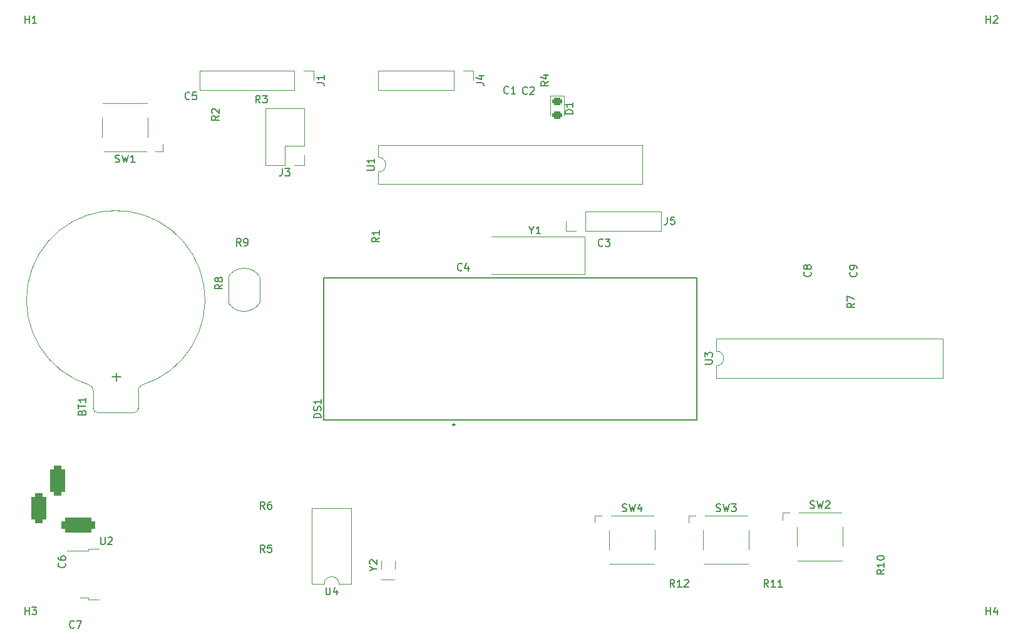
<source format=gbr>
%TF.GenerationSoftware,KiCad,Pcbnew,(6.0.5)*%
%TF.CreationDate,2022-07-21T11:20:11-07:00*%
%TF.ProjectId,clock,636c6f63-6b2e-46b6-9963-61645f706362,rev?*%
%TF.SameCoordinates,Original*%
%TF.FileFunction,Legend,Top*%
%TF.FilePolarity,Positive*%
%FSLAX46Y46*%
G04 Gerber Fmt 4.6, Leading zero omitted, Abs format (unit mm)*
G04 Created by KiCad (PCBNEW (6.0.5)) date 2022-07-21 11:20:11*
%MOMM*%
%LPD*%
G01*
G04 APERTURE LIST*
G04 Aperture macros list*
%AMRoundRect*
0 Rectangle with rounded corners*
0 $1 Rounding radius*
0 $2 $3 $4 $5 $6 $7 $8 $9 X,Y pos of 4 corners*
0 Add a 4 corners polygon primitive as box body*
4,1,4,$2,$3,$4,$5,$6,$7,$8,$9,$2,$3,0*
0 Add four circle primitives for the rounded corners*
1,1,$1+$1,$2,$3*
1,1,$1+$1,$4,$5*
1,1,$1+$1,$6,$7*
1,1,$1+$1,$8,$9*
0 Add four rect primitives between the rounded corners*
20,1,$1+$1,$2,$3,$4,$5,0*
20,1,$1+$1,$4,$5,$6,$7,0*
20,1,$1+$1,$6,$7,$8,$9,0*
20,1,$1+$1,$8,$9,$2,$3,0*%
G04 Aperture macros list end*
%ADD10C,0.150000*%
%ADD11C,0.120000*%
%ADD12C,0.250000*%
%ADD13R,1.600000X1.600000*%
%ADD14O,1.600000X1.600000*%
%ADD15C,3.200000*%
%ADD16R,1.700000X1.700000*%
%ADD17O,1.700000X1.700000*%
%ADD18R,1.150000X1.400000*%
%ADD19R,1.400000X1.150000*%
%ADD20R,1.400000X1.400000*%
%ADD21C,1.400000*%
%ADD22R,1.600000X1.400000*%
%ADD23R,3.000000X3.000000*%
%ADD24C,3.000000*%
%ADD25RoundRect,0.243750X-0.456250X0.243750X-0.456250X-0.243750X0.456250X-0.243750X0.456250X0.243750X0*%
%ADD26C,1.600000*%
%ADD27R,1.800000X1.000000*%
%ADD28R,2.200000X1.200000*%
%ADD29R,6.400000X5.800000*%
%ADD30R,4.500000X2.000000*%
%ADD31RoundRect,0.500000X-1.750000X-0.500000X1.750000X-0.500000X1.750000X0.500000X-1.750000X0.500000X0*%
%ADD32RoundRect,0.500000X0.500000X-1.500000X0.500000X1.500000X-0.500000X1.500000X-0.500000X-1.500000X0*%
G04 APERTURE END LIST*
D10*
%TO.C,U1*%
X130482380Y-76151904D02*
X131291904Y-76151904D01*
X131387142Y-76104285D01*
X131434761Y-76056666D01*
X131482380Y-75961428D01*
X131482380Y-75770952D01*
X131434761Y-75675714D01*
X131387142Y-75628095D01*
X131291904Y-75580476D01*
X130482380Y-75580476D01*
X131482380Y-74580476D02*
X131482380Y-75151904D01*
X131482380Y-74866190D02*
X130482380Y-74866190D01*
X130625238Y-74961428D01*
X130720476Y-75056666D01*
X130768095Y-75151904D01*
%TO.C,H4*%
X214238095Y-136252380D02*
X214238095Y-135252380D01*
X214238095Y-135728571D02*
X214809523Y-135728571D01*
X214809523Y-136252380D02*
X214809523Y-135252380D01*
X215714285Y-135585714D02*
X215714285Y-136252380D01*
X215476190Y-135204761D02*
X215238095Y-135919047D01*
X215857142Y-135919047D01*
%TO.C,J1*%
X123702380Y-64303333D02*
X124416666Y-64303333D01*
X124559523Y-64350952D01*
X124654761Y-64446190D01*
X124702380Y-64589047D01*
X124702380Y-64684285D01*
X124702380Y-63303333D02*
X124702380Y-63874761D01*
X124702380Y-63589047D02*
X123702380Y-63589047D01*
X123845238Y-63684285D01*
X123940476Y-63779523D01*
X123988095Y-63874761D01*
%TO.C,U4*%
X124958095Y-132582380D02*
X124958095Y-133391904D01*
X125005714Y-133487142D01*
X125053333Y-133534761D01*
X125148571Y-133582380D01*
X125339047Y-133582380D01*
X125434285Y-133534761D01*
X125481904Y-133487142D01*
X125529523Y-133391904D01*
X125529523Y-132582380D01*
X126434285Y-132915714D02*
X126434285Y-133582380D01*
X126196190Y-132534761D02*
X125958095Y-133249047D01*
X126577142Y-133249047D01*
%TO.C,R9*%
X113453742Y-86384788D02*
X113120409Y-85908598D01*
X112882313Y-86384788D02*
X112882313Y-85384788D01*
X113263266Y-85384788D01*
X113358504Y-85432408D01*
X113406123Y-85480027D01*
X113453742Y-85575265D01*
X113453742Y-85718122D01*
X113406123Y-85813360D01*
X113358504Y-85860979D01*
X113263266Y-85908598D01*
X112882313Y-85908598D01*
X113929932Y-86384788D02*
X114120409Y-86384788D01*
X114215647Y-86337169D01*
X114263266Y-86289550D01*
X114358504Y-86146693D01*
X114406123Y-85956217D01*
X114406123Y-85575265D01*
X114358504Y-85480027D01*
X114310885Y-85432408D01*
X114215647Y-85384788D01*
X114025170Y-85384788D01*
X113929932Y-85432408D01*
X113882313Y-85480027D01*
X113834694Y-85575265D01*
X113834694Y-85813360D01*
X113882313Y-85908598D01*
X113929932Y-85956217D01*
X114025170Y-86003836D01*
X114215647Y-86003836D01*
X114310885Y-85956217D01*
X114358504Y-85908598D01*
X114406123Y-85813360D01*
%TO.C,C8*%
X190477142Y-89916666D02*
X190524761Y-89964285D01*
X190572380Y-90107142D01*
X190572380Y-90202380D01*
X190524761Y-90345238D01*
X190429523Y-90440476D01*
X190334285Y-90488095D01*
X190143809Y-90535714D01*
X190000952Y-90535714D01*
X189810476Y-90488095D01*
X189715238Y-90440476D01*
X189620000Y-90345238D01*
X189572380Y-90202380D01*
X189572380Y-90107142D01*
X189620000Y-89964285D01*
X189667619Y-89916666D01*
X190000952Y-89345238D02*
X189953333Y-89440476D01*
X189905714Y-89488095D01*
X189810476Y-89535714D01*
X189762857Y-89535714D01*
X189667619Y-89488095D01*
X189620000Y-89440476D01*
X189572380Y-89345238D01*
X189572380Y-89154761D01*
X189620000Y-89059523D01*
X189667619Y-89011904D01*
X189762857Y-88964285D01*
X189810476Y-88964285D01*
X189905714Y-89011904D01*
X189953333Y-89059523D01*
X190000952Y-89154761D01*
X190000952Y-89345238D01*
X190048571Y-89440476D01*
X190096190Y-89488095D01*
X190191428Y-89535714D01*
X190381904Y-89535714D01*
X190477142Y-89488095D01*
X190524761Y-89440476D01*
X190572380Y-89345238D01*
X190572380Y-89154761D01*
X190524761Y-89059523D01*
X190477142Y-89011904D01*
X190381904Y-88964285D01*
X190191428Y-88964285D01*
X190096190Y-89011904D01*
X190048571Y-89059523D01*
X190000952Y-89154761D01*
%TO.C,C7*%
X90880812Y-137988940D02*
X90833193Y-138036559D01*
X90690336Y-138084178D01*
X90595098Y-138084178D01*
X90452240Y-138036559D01*
X90357002Y-137941321D01*
X90309383Y-137846083D01*
X90261764Y-137655607D01*
X90261764Y-137512750D01*
X90309383Y-137322274D01*
X90357002Y-137227036D01*
X90452240Y-137131798D01*
X90595098Y-137084178D01*
X90690336Y-137084178D01*
X90833193Y-137131798D01*
X90880812Y-137179417D01*
X91214145Y-137084178D02*
X91880812Y-137084178D01*
X91452240Y-138084178D01*
%TO.C,R2*%
X110498924Y-68787217D02*
X110022734Y-69120551D01*
X110498924Y-69358646D02*
X109498924Y-69358646D01*
X109498924Y-68977693D01*
X109546544Y-68882455D01*
X109594163Y-68834836D01*
X109689401Y-68787217D01*
X109832258Y-68787217D01*
X109927496Y-68834836D01*
X109975115Y-68882455D01*
X110022734Y-68977693D01*
X110022734Y-69358646D01*
X109594163Y-68406265D02*
X109546544Y-68358646D01*
X109498924Y-68263408D01*
X109498924Y-68025312D01*
X109546544Y-67930074D01*
X109594163Y-67882455D01*
X109689401Y-67834836D01*
X109784639Y-67834836D01*
X109927496Y-67882455D01*
X110498924Y-68453884D01*
X110498924Y-67834836D01*
%TO.C,J4*%
X145287380Y-64303333D02*
X146001666Y-64303333D01*
X146144523Y-64350952D01*
X146239761Y-64446190D01*
X146287380Y-64589047D01*
X146287380Y-64684285D01*
X145620714Y-63398571D02*
X146287380Y-63398571D01*
X145239761Y-63636666D02*
X145954047Y-63874761D01*
X145954047Y-63255714D01*
%TO.C,C5*%
X106513333Y-66487142D02*
X106465714Y-66534761D01*
X106322857Y-66582380D01*
X106227619Y-66582380D01*
X106084761Y-66534761D01*
X105989523Y-66439523D01*
X105941904Y-66344285D01*
X105894285Y-66153809D01*
X105894285Y-66010952D01*
X105941904Y-65820476D01*
X105989523Y-65725238D01*
X106084761Y-65630000D01*
X106227619Y-65582380D01*
X106322857Y-65582380D01*
X106465714Y-65630000D01*
X106513333Y-65677619D01*
X107418095Y-65582380D02*
X106941904Y-65582380D01*
X106894285Y-66058571D01*
X106941904Y-66010952D01*
X107037142Y-65963333D01*
X107275238Y-65963333D01*
X107370476Y-66010952D01*
X107418095Y-66058571D01*
X107465714Y-66153809D01*
X107465714Y-66391904D01*
X107418095Y-66487142D01*
X107370476Y-66534761D01*
X107275238Y-66582380D01*
X107037142Y-66582380D01*
X106941904Y-66534761D01*
X106894285Y-66487142D01*
%TO.C,R6*%
X116673333Y-121992380D02*
X116340000Y-121516190D01*
X116101904Y-121992380D02*
X116101904Y-120992380D01*
X116482857Y-120992380D01*
X116578095Y-121040000D01*
X116625714Y-121087619D01*
X116673333Y-121182857D01*
X116673333Y-121325714D01*
X116625714Y-121420952D01*
X116578095Y-121468571D01*
X116482857Y-121516190D01*
X116101904Y-121516190D01*
X117530476Y-120992380D02*
X117340000Y-120992380D01*
X117244761Y-121040000D01*
X117197142Y-121087619D01*
X117101904Y-121230476D01*
X117054285Y-121420952D01*
X117054285Y-121801904D01*
X117101904Y-121897142D01*
X117149523Y-121944761D01*
X117244761Y-121992380D01*
X117435238Y-121992380D01*
X117530476Y-121944761D01*
X117578095Y-121897142D01*
X117625714Y-121801904D01*
X117625714Y-121563809D01*
X117578095Y-121468571D01*
X117530476Y-121420952D01*
X117435238Y-121373333D01*
X117244761Y-121373333D01*
X117149523Y-121420952D01*
X117101904Y-121468571D01*
X117054285Y-121563809D01*
%TO.C,R11*%
X184777142Y-132532380D02*
X184443809Y-132056190D01*
X184205714Y-132532380D02*
X184205714Y-131532380D01*
X184586666Y-131532380D01*
X184681904Y-131580000D01*
X184729523Y-131627619D01*
X184777142Y-131722857D01*
X184777142Y-131865714D01*
X184729523Y-131960952D01*
X184681904Y-132008571D01*
X184586666Y-132056190D01*
X184205714Y-132056190D01*
X185729523Y-132532380D02*
X185158095Y-132532380D01*
X185443809Y-132532380D02*
X185443809Y-131532380D01*
X185348571Y-131675238D01*
X185253333Y-131770476D01*
X185158095Y-131818095D01*
X186681904Y-132532380D02*
X186110476Y-132532380D01*
X186396190Y-132532380D02*
X186396190Y-131532380D01*
X186300952Y-131675238D01*
X186205714Y-131770476D01*
X186110476Y-131818095D01*
%TO.C,R4*%
X155012380Y-64136666D02*
X154536190Y-64470000D01*
X155012380Y-64708095D02*
X154012380Y-64708095D01*
X154012380Y-64327142D01*
X154060000Y-64231904D01*
X154107619Y-64184285D01*
X154202857Y-64136666D01*
X154345714Y-64136666D01*
X154440952Y-64184285D01*
X154488571Y-64231904D01*
X154536190Y-64327142D01*
X154536190Y-64708095D01*
X154345714Y-63279523D02*
X155012380Y-63279523D01*
X153964761Y-63517619D02*
X154679047Y-63755714D01*
X154679047Y-63136666D01*
%TO.C,DS1*%
X124287380Y-109619404D02*
X123287380Y-109619404D01*
X123287380Y-109381309D01*
X123335000Y-109238452D01*
X123430238Y-109143214D01*
X123525476Y-109095595D01*
X123715952Y-109047976D01*
X123858809Y-109047976D01*
X124049285Y-109095595D01*
X124144523Y-109143214D01*
X124239761Y-109238452D01*
X124287380Y-109381309D01*
X124287380Y-109619404D01*
X124239761Y-108667023D02*
X124287380Y-108524166D01*
X124287380Y-108286071D01*
X124239761Y-108190833D01*
X124192142Y-108143214D01*
X124096904Y-108095595D01*
X124001666Y-108095595D01*
X123906428Y-108143214D01*
X123858809Y-108190833D01*
X123811190Y-108286071D01*
X123763571Y-108476547D01*
X123715952Y-108571785D01*
X123668333Y-108619404D01*
X123573095Y-108667023D01*
X123477857Y-108667023D01*
X123382619Y-108619404D01*
X123335000Y-108571785D01*
X123287380Y-108476547D01*
X123287380Y-108238452D01*
X123335000Y-108095595D01*
X124287380Y-107143214D02*
X124287380Y-107714642D01*
X124287380Y-107428928D02*
X123287380Y-107428928D01*
X123430238Y-107524166D01*
X123525476Y-107619404D01*
X123573095Y-107714642D01*
%TO.C,C4*%
X143343333Y-89637142D02*
X143295714Y-89684761D01*
X143152857Y-89732380D01*
X143057619Y-89732380D01*
X142914761Y-89684761D01*
X142819523Y-89589523D01*
X142771904Y-89494285D01*
X142724285Y-89303809D01*
X142724285Y-89160952D01*
X142771904Y-88970476D01*
X142819523Y-88875238D01*
X142914761Y-88780000D01*
X143057619Y-88732380D01*
X143152857Y-88732380D01*
X143295714Y-88780000D01*
X143343333Y-88827619D01*
X144200476Y-89065714D02*
X144200476Y-89732380D01*
X143962380Y-88684761D02*
X143724285Y-89399047D01*
X144343333Y-89399047D01*
%TO.C,C9*%
X196664034Y-89945009D02*
X196711653Y-89992628D01*
X196759272Y-90135485D01*
X196759272Y-90230723D01*
X196711653Y-90373581D01*
X196616415Y-90468819D01*
X196521177Y-90516438D01*
X196330701Y-90564057D01*
X196187844Y-90564057D01*
X195997368Y-90516438D01*
X195902130Y-90468819D01*
X195806892Y-90373581D01*
X195759272Y-90230723D01*
X195759272Y-90135485D01*
X195806892Y-89992628D01*
X195854511Y-89945009D01*
X196759272Y-89468819D02*
X196759272Y-89278343D01*
X196711653Y-89183104D01*
X196664034Y-89135485D01*
X196521177Y-89040247D01*
X196330701Y-88992628D01*
X195949749Y-88992628D01*
X195854511Y-89040247D01*
X195806892Y-89087866D01*
X195759272Y-89183104D01*
X195759272Y-89373581D01*
X195806892Y-89468819D01*
X195854511Y-89516438D01*
X195949749Y-89564057D01*
X196187844Y-89564057D01*
X196283082Y-89516438D01*
X196330701Y-89468819D01*
X196378320Y-89373581D01*
X196378320Y-89183104D01*
X196330701Y-89087866D01*
X196283082Y-89040247D01*
X196187844Y-88992628D01*
%TO.C,SW3*%
X177736666Y-122254761D02*
X177879523Y-122302380D01*
X178117619Y-122302380D01*
X178212857Y-122254761D01*
X178260476Y-122207142D01*
X178308095Y-122111904D01*
X178308095Y-122016666D01*
X178260476Y-121921428D01*
X178212857Y-121873809D01*
X178117619Y-121826190D01*
X177927142Y-121778571D01*
X177831904Y-121730952D01*
X177784285Y-121683333D01*
X177736666Y-121588095D01*
X177736666Y-121492857D01*
X177784285Y-121397619D01*
X177831904Y-121350000D01*
X177927142Y-121302380D01*
X178165238Y-121302380D01*
X178308095Y-121350000D01*
X178641428Y-121302380D02*
X178879523Y-122302380D01*
X179070000Y-121588095D01*
X179260476Y-122302380D01*
X179498571Y-121302380D01*
X179784285Y-121302380D02*
X180403333Y-121302380D01*
X180070000Y-121683333D01*
X180212857Y-121683333D01*
X180308095Y-121730952D01*
X180355714Y-121778571D01*
X180403333Y-121873809D01*
X180403333Y-122111904D01*
X180355714Y-122207142D01*
X180308095Y-122254761D01*
X180212857Y-122302380D01*
X179927142Y-122302380D01*
X179831904Y-122254761D01*
X179784285Y-122207142D01*
%TO.C,H2*%
X214238095Y-56252380D02*
X214238095Y-55252380D01*
X214238095Y-55728571D02*
X214809523Y-55728571D01*
X214809523Y-56252380D02*
X214809523Y-55252380D01*
X215238095Y-55347619D02*
X215285714Y-55300000D01*
X215380952Y-55252380D01*
X215619047Y-55252380D01*
X215714285Y-55300000D01*
X215761904Y-55347619D01*
X215809523Y-55442857D01*
X215809523Y-55538095D01*
X215761904Y-55680952D01*
X215190476Y-56252380D01*
X215809523Y-56252380D01*
%TO.C,R1*%
X132152380Y-85256666D02*
X131676190Y-85590000D01*
X132152380Y-85828095D02*
X131152380Y-85828095D01*
X131152380Y-85447142D01*
X131200000Y-85351904D01*
X131247619Y-85304285D01*
X131342857Y-85256666D01*
X131485714Y-85256666D01*
X131580952Y-85304285D01*
X131628571Y-85351904D01*
X131676190Y-85447142D01*
X131676190Y-85828095D01*
X132152380Y-84304285D02*
X132152380Y-84875714D01*
X132152380Y-84590000D02*
X131152380Y-84590000D01*
X131295238Y-84685238D01*
X131390476Y-84780476D01*
X131438095Y-84875714D01*
%TO.C,BT1*%
X91948588Y-108899400D02*
X91996207Y-108756543D01*
X92043826Y-108708924D01*
X92139064Y-108661305D01*
X92281921Y-108661305D01*
X92377159Y-108708924D01*
X92424778Y-108756543D01*
X92472397Y-108851781D01*
X92472397Y-109232733D01*
X91472397Y-109232733D01*
X91472397Y-108899400D01*
X91520017Y-108804162D01*
X91567636Y-108756543D01*
X91662874Y-108708924D01*
X91758112Y-108708924D01*
X91853350Y-108756543D01*
X91900969Y-108804162D01*
X91948588Y-108899400D01*
X91948588Y-109232733D01*
X91472397Y-108375590D02*
X91472397Y-107804162D01*
X92472397Y-108089876D02*
X91472397Y-108089876D01*
X92472397Y-106947019D02*
X92472397Y-107518447D01*
X92472397Y-107232733D02*
X91472397Y-107232733D01*
X91615255Y-107327971D01*
X91710493Y-107423209D01*
X91758112Y-107518447D01*
X96627159Y-104685114D02*
X96627159Y-103542257D01*
X97198588Y-104113686D02*
X96055731Y-104113686D01*
%TO.C,R3*%
X116039913Y-67032182D02*
X115706580Y-66555992D01*
X115468484Y-67032182D02*
X115468484Y-66032182D01*
X115849437Y-66032182D01*
X115944675Y-66079802D01*
X115992294Y-66127421D01*
X116039913Y-66222659D01*
X116039913Y-66365516D01*
X115992294Y-66460754D01*
X115944675Y-66508373D01*
X115849437Y-66555992D01*
X115468484Y-66555992D01*
X116373246Y-66032182D02*
X116992294Y-66032182D01*
X116658960Y-66413135D01*
X116801818Y-66413135D01*
X116897056Y-66460754D01*
X116944675Y-66508373D01*
X116992294Y-66603611D01*
X116992294Y-66841706D01*
X116944675Y-66936944D01*
X116897056Y-66984563D01*
X116801818Y-67032182D01*
X116516103Y-67032182D01*
X116420865Y-66984563D01*
X116373246Y-66936944D01*
%TO.C,J5*%
X171116666Y-82472380D02*
X171116666Y-83186666D01*
X171069047Y-83329523D01*
X170973809Y-83424761D01*
X170830952Y-83472380D01*
X170735714Y-83472380D01*
X172069047Y-82472380D02*
X171592857Y-82472380D01*
X171545238Y-82948571D01*
X171592857Y-82900952D01*
X171688095Y-82853333D01*
X171926190Y-82853333D01*
X172021428Y-82900952D01*
X172069047Y-82948571D01*
X172116666Y-83043809D01*
X172116666Y-83281904D01*
X172069047Y-83377142D01*
X172021428Y-83424761D01*
X171926190Y-83472380D01*
X171688095Y-83472380D01*
X171592857Y-83424761D01*
X171545238Y-83377142D01*
%TO.C,H3*%
X84238095Y-136252380D02*
X84238095Y-135252380D01*
X84238095Y-135728571D02*
X84809523Y-135728571D01*
X84809523Y-136252380D02*
X84809523Y-135252380D01*
X85190476Y-135252380D02*
X85809523Y-135252380D01*
X85476190Y-135633333D01*
X85619047Y-135633333D01*
X85714285Y-135680952D01*
X85761904Y-135728571D01*
X85809523Y-135823809D01*
X85809523Y-136061904D01*
X85761904Y-136157142D01*
X85714285Y-136204761D01*
X85619047Y-136252380D01*
X85333333Y-136252380D01*
X85238095Y-136204761D01*
X85190476Y-136157142D01*
%TO.C,C3*%
X162393333Y-86337142D02*
X162345714Y-86384761D01*
X162202857Y-86432380D01*
X162107619Y-86432380D01*
X161964761Y-86384761D01*
X161869523Y-86289523D01*
X161821904Y-86194285D01*
X161774285Y-86003809D01*
X161774285Y-85860952D01*
X161821904Y-85670476D01*
X161869523Y-85575238D01*
X161964761Y-85480000D01*
X162107619Y-85432380D01*
X162202857Y-85432380D01*
X162345714Y-85480000D01*
X162393333Y-85527619D01*
X162726666Y-85432380D02*
X163345714Y-85432380D01*
X163012380Y-85813333D01*
X163155238Y-85813333D01*
X163250476Y-85860952D01*
X163298095Y-85908571D01*
X163345714Y-86003809D01*
X163345714Y-86241904D01*
X163298095Y-86337142D01*
X163250476Y-86384761D01*
X163155238Y-86432380D01*
X162869523Y-86432380D01*
X162774285Y-86384761D01*
X162726666Y-86337142D01*
%TO.C,SW2*%
X190436666Y-121834761D02*
X190579523Y-121882380D01*
X190817619Y-121882380D01*
X190912857Y-121834761D01*
X190960476Y-121787142D01*
X191008095Y-121691904D01*
X191008095Y-121596666D01*
X190960476Y-121501428D01*
X190912857Y-121453809D01*
X190817619Y-121406190D01*
X190627142Y-121358571D01*
X190531904Y-121310952D01*
X190484285Y-121263333D01*
X190436666Y-121168095D01*
X190436666Y-121072857D01*
X190484285Y-120977619D01*
X190531904Y-120930000D01*
X190627142Y-120882380D01*
X190865238Y-120882380D01*
X191008095Y-120930000D01*
X191341428Y-120882380D02*
X191579523Y-121882380D01*
X191770000Y-121168095D01*
X191960476Y-121882380D01*
X192198571Y-120882380D01*
X192531904Y-120977619D02*
X192579523Y-120930000D01*
X192674761Y-120882380D01*
X192912857Y-120882380D01*
X193008095Y-120930000D01*
X193055714Y-120977619D01*
X193103333Y-121072857D01*
X193103333Y-121168095D01*
X193055714Y-121310952D01*
X192484285Y-121882380D01*
X193103333Y-121882380D01*
%TO.C,R5*%
X116673333Y-127832380D02*
X116340000Y-127356190D01*
X116101904Y-127832380D02*
X116101904Y-126832380D01*
X116482857Y-126832380D01*
X116578095Y-126880000D01*
X116625714Y-126927619D01*
X116673333Y-127022857D01*
X116673333Y-127165714D01*
X116625714Y-127260952D01*
X116578095Y-127308571D01*
X116482857Y-127356190D01*
X116101904Y-127356190D01*
X117578095Y-126832380D02*
X117101904Y-126832380D01*
X117054285Y-127308571D01*
X117101904Y-127260952D01*
X117197142Y-127213333D01*
X117435238Y-127213333D01*
X117530476Y-127260952D01*
X117578095Y-127308571D01*
X117625714Y-127403809D01*
X117625714Y-127641904D01*
X117578095Y-127737142D01*
X117530476Y-127784761D01*
X117435238Y-127832380D01*
X117197142Y-127832380D01*
X117101904Y-127784761D01*
X117054285Y-127737142D01*
%TO.C,SW1*%
X96456666Y-75024761D02*
X96599523Y-75072380D01*
X96837619Y-75072380D01*
X96932857Y-75024761D01*
X96980476Y-74977142D01*
X97028095Y-74881904D01*
X97028095Y-74786666D01*
X96980476Y-74691428D01*
X96932857Y-74643809D01*
X96837619Y-74596190D01*
X96647142Y-74548571D01*
X96551904Y-74500952D01*
X96504285Y-74453333D01*
X96456666Y-74358095D01*
X96456666Y-74262857D01*
X96504285Y-74167619D01*
X96551904Y-74120000D01*
X96647142Y-74072380D01*
X96885238Y-74072380D01*
X97028095Y-74120000D01*
X97361428Y-74072380D02*
X97599523Y-75072380D01*
X97790000Y-74358095D01*
X97980476Y-75072380D01*
X98218571Y-74072380D01*
X99123333Y-75072380D02*
X98551904Y-75072380D01*
X98837619Y-75072380D02*
X98837619Y-74072380D01*
X98742380Y-74215238D01*
X98647142Y-74310476D01*
X98551904Y-74358095D01*
%TO.C,H1*%
X84238095Y-56252380D02*
X84238095Y-55252380D01*
X84238095Y-55728571D02*
X84809523Y-55728571D01*
X84809523Y-56252380D02*
X84809523Y-55252380D01*
X85809523Y-56252380D02*
X85238095Y-56252380D01*
X85523809Y-56252380D02*
X85523809Y-55252380D01*
X85428571Y-55395238D01*
X85333333Y-55490476D01*
X85238095Y-55538095D01*
%TO.C,D1*%
X158312380Y-68518095D02*
X157312380Y-68518095D01*
X157312380Y-68280000D01*
X157360000Y-68137142D01*
X157455238Y-68041904D01*
X157550476Y-67994285D01*
X157740952Y-67946666D01*
X157883809Y-67946666D01*
X158074285Y-67994285D01*
X158169523Y-68041904D01*
X158264761Y-68137142D01*
X158312380Y-68280000D01*
X158312380Y-68518095D01*
X158312380Y-66994285D02*
X158312380Y-67565714D01*
X158312380Y-67280000D02*
X157312380Y-67280000D01*
X157455238Y-67375238D01*
X157550476Y-67470476D01*
X157598095Y-67565714D01*
%TO.C,R8*%
X110942380Y-91606666D02*
X110466190Y-91940000D01*
X110942380Y-92178095D02*
X109942380Y-92178095D01*
X109942380Y-91797142D01*
X109990000Y-91701904D01*
X110037619Y-91654285D01*
X110132857Y-91606666D01*
X110275714Y-91606666D01*
X110370952Y-91654285D01*
X110418571Y-91701904D01*
X110466190Y-91797142D01*
X110466190Y-92178095D01*
X110370952Y-91035238D02*
X110323333Y-91130476D01*
X110275714Y-91178095D01*
X110180476Y-91225714D01*
X110132857Y-91225714D01*
X110037619Y-91178095D01*
X109990000Y-91130476D01*
X109942380Y-91035238D01*
X109942380Y-90844761D01*
X109990000Y-90749523D01*
X110037619Y-90701904D01*
X110132857Y-90654285D01*
X110180476Y-90654285D01*
X110275714Y-90701904D01*
X110323333Y-90749523D01*
X110370952Y-90844761D01*
X110370952Y-91035238D01*
X110418571Y-91130476D01*
X110466190Y-91178095D01*
X110561428Y-91225714D01*
X110751904Y-91225714D01*
X110847142Y-91178095D01*
X110894761Y-91130476D01*
X110942380Y-91035238D01*
X110942380Y-90844761D01*
X110894761Y-90749523D01*
X110847142Y-90701904D01*
X110751904Y-90654285D01*
X110561428Y-90654285D01*
X110466190Y-90701904D01*
X110418571Y-90749523D01*
X110370952Y-90844761D01*
%TO.C,R10*%
X200455897Y-130192304D02*
X199979707Y-130525637D01*
X200455897Y-130763732D02*
X199455897Y-130763732D01*
X199455897Y-130382780D01*
X199503517Y-130287542D01*
X199551136Y-130239923D01*
X199646374Y-130192304D01*
X199789231Y-130192304D01*
X199884469Y-130239923D01*
X199932088Y-130287542D01*
X199979707Y-130382780D01*
X199979707Y-130763732D01*
X200455897Y-129239923D02*
X200455897Y-129811351D01*
X200455897Y-129525637D02*
X199455897Y-129525637D01*
X199598755Y-129620875D01*
X199693993Y-129716113D01*
X199741612Y-129811351D01*
X199455897Y-128620875D02*
X199455897Y-128525637D01*
X199503517Y-128430399D01*
X199551136Y-128382780D01*
X199646374Y-128335161D01*
X199836850Y-128287542D01*
X200074945Y-128287542D01*
X200265421Y-128335161D01*
X200360659Y-128382780D01*
X200408278Y-128430399D01*
X200455897Y-128525637D01*
X200455897Y-128620875D01*
X200408278Y-128716113D01*
X200360659Y-128763732D01*
X200265421Y-128811351D01*
X200074945Y-128858970D01*
X199836850Y-128858970D01*
X199646374Y-128811351D01*
X199551136Y-128763732D01*
X199503517Y-128716113D01*
X199455897Y-128620875D01*
%TO.C,C6*%
X89637142Y-129286666D02*
X89684761Y-129334285D01*
X89732380Y-129477142D01*
X89732380Y-129572380D01*
X89684761Y-129715238D01*
X89589523Y-129810476D01*
X89494285Y-129858095D01*
X89303809Y-129905714D01*
X89160952Y-129905714D01*
X88970476Y-129858095D01*
X88875238Y-129810476D01*
X88780000Y-129715238D01*
X88732380Y-129572380D01*
X88732380Y-129477142D01*
X88780000Y-129334285D01*
X88827619Y-129286666D01*
X88732380Y-128429523D02*
X88732380Y-128620000D01*
X88780000Y-128715238D01*
X88827619Y-128762857D01*
X88970476Y-128858095D01*
X89160952Y-128905714D01*
X89541904Y-128905714D01*
X89637142Y-128858095D01*
X89684761Y-128810476D01*
X89732380Y-128715238D01*
X89732380Y-128524761D01*
X89684761Y-128429523D01*
X89637142Y-128381904D01*
X89541904Y-128334285D01*
X89303809Y-128334285D01*
X89208571Y-128381904D01*
X89160952Y-128429523D01*
X89113333Y-128524761D01*
X89113333Y-128715238D01*
X89160952Y-128810476D01*
X89208571Y-128858095D01*
X89303809Y-128905714D01*
%TO.C,R12*%
X172077142Y-132532380D02*
X171743809Y-132056190D01*
X171505714Y-132532380D02*
X171505714Y-131532380D01*
X171886666Y-131532380D01*
X171981904Y-131580000D01*
X172029523Y-131627619D01*
X172077142Y-131722857D01*
X172077142Y-131865714D01*
X172029523Y-131960952D01*
X171981904Y-132008571D01*
X171886666Y-132056190D01*
X171505714Y-132056190D01*
X173029523Y-132532380D02*
X172458095Y-132532380D01*
X172743809Y-132532380D02*
X172743809Y-131532380D01*
X172648571Y-131675238D01*
X172553333Y-131770476D01*
X172458095Y-131818095D01*
X173410476Y-131627619D02*
X173458095Y-131580000D01*
X173553333Y-131532380D01*
X173791428Y-131532380D01*
X173886666Y-131580000D01*
X173934285Y-131627619D01*
X173981904Y-131722857D01*
X173981904Y-131818095D01*
X173934285Y-131960952D01*
X173362857Y-132532380D01*
X173981904Y-132532380D01*
%TO.C,J3*%
X119046666Y-75912380D02*
X119046666Y-76626666D01*
X118999047Y-76769523D01*
X118903809Y-76864761D01*
X118760952Y-76912380D01*
X118665714Y-76912380D01*
X119427619Y-75912380D02*
X120046666Y-75912380D01*
X119713333Y-76293333D01*
X119856190Y-76293333D01*
X119951428Y-76340952D01*
X119999047Y-76388571D01*
X120046666Y-76483809D01*
X120046666Y-76721904D01*
X119999047Y-76817142D01*
X119951428Y-76864761D01*
X119856190Y-76912380D01*
X119570476Y-76912380D01*
X119475238Y-76864761D01*
X119427619Y-76817142D01*
%TO.C,Y2*%
X131376190Y-130036190D02*
X131852380Y-130036190D01*
X130852380Y-130369523D02*
X131376190Y-130036190D01*
X130852380Y-129702857D01*
X130947619Y-129417142D02*
X130900000Y-129369523D01*
X130852380Y-129274285D01*
X130852380Y-129036190D01*
X130900000Y-128940952D01*
X130947619Y-128893333D01*
X131042857Y-128845714D01*
X131138095Y-128845714D01*
X131280952Y-128893333D01*
X131852380Y-129464761D01*
X131852380Y-128845714D01*
%TO.C,C1*%
X149623626Y-65690133D02*
X149576007Y-65737752D01*
X149433150Y-65785371D01*
X149337912Y-65785371D01*
X149195054Y-65737752D01*
X149099816Y-65642514D01*
X149052197Y-65547276D01*
X149004578Y-65356800D01*
X149004578Y-65213943D01*
X149052197Y-65023467D01*
X149099816Y-64928229D01*
X149195054Y-64832991D01*
X149337912Y-64785371D01*
X149433150Y-64785371D01*
X149576007Y-64832991D01*
X149623626Y-64880610D01*
X150576007Y-65785371D02*
X150004578Y-65785371D01*
X150290293Y-65785371D02*
X150290293Y-64785371D01*
X150195054Y-64928229D01*
X150099816Y-65023467D01*
X150004578Y-65071086D01*
%TO.C,SW4*%
X165036666Y-122254761D02*
X165179523Y-122302380D01*
X165417619Y-122302380D01*
X165512857Y-122254761D01*
X165560476Y-122207142D01*
X165608095Y-122111904D01*
X165608095Y-122016666D01*
X165560476Y-121921428D01*
X165512857Y-121873809D01*
X165417619Y-121826190D01*
X165227142Y-121778571D01*
X165131904Y-121730952D01*
X165084285Y-121683333D01*
X165036666Y-121588095D01*
X165036666Y-121492857D01*
X165084285Y-121397619D01*
X165131904Y-121350000D01*
X165227142Y-121302380D01*
X165465238Y-121302380D01*
X165608095Y-121350000D01*
X165941428Y-121302380D02*
X166179523Y-122302380D01*
X166370000Y-121588095D01*
X166560476Y-122302380D01*
X166798571Y-121302380D01*
X167608095Y-121635714D02*
X167608095Y-122302380D01*
X167370000Y-121254761D02*
X167131904Y-121969047D01*
X167750952Y-121969047D01*
%TO.C,C2*%
X152174561Y-65765717D02*
X152126942Y-65813336D01*
X151984085Y-65860955D01*
X151888847Y-65860955D01*
X151745989Y-65813336D01*
X151650751Y-65718098D01*
X151603132Y-65622860D01*
X151555513Y-65432384D01*
X151555513Y-65289527D01*
X151603132Y-65099051D01*
X151650751Y-65003813D01*
X151745989Y-64908575D01*
X151888847Y-64860955D01*
X151984085Y-64860955D01*
X152126942Y-64908575D01*
X152174561Y-64956194D01*
X152555513Y-64956194D02*
X152603132Y-64908575D01*
X152698370Y-64860955D01*
X152936466Y-64860955D01*
X153031704Y-64908575D01*
X153079323Y-64956194D01*
X153126942Y-65051432D01*
X153126942Y-65146670D01*
X153079323Y-65289527D01*
X152507894Y-65860955D01*
X153126942Y-65860955D01*
%TO.C,U3*%
X176187380Y-102351904D02*
X176996904Y-102351904D01*
X177092142Y-102304285D01*
X177139761Y-102256666D01*
X177187380Y-102161428D01*
X177187380Y-101970952D01*
X177139761Y-101875714D01*
X177092142Y-101828095D01*
X176996904Y-101780476D01*
X176187380Y-101780476D01*
X176187380Y-101399523D02*
X176187380Y-100780476D01*
X176568333Y-101113809D01*
X176568333Y-100970952D01*
X176615952Y-100875714D01*
X176663571Y-100828095D01*
X176758809Y-100780476D01*
X176996904Y-100780476D01*
X177092142Y-100828095D01*
X177139761Y-100875714D01*
X177187380Y-100970952D01*
X177187380Y-101256666D01*
X177139761Y-101351904D01*
X177092142Y-101399523D01*
%TO.C,R7*%
X196412380Y-94146666D02*
X195936190Y-94480000D01*
X196412380Y-94718095D02*
X195412380Y-94718095D01*
X195412380Y-94337142D01*
X195460000Y-94241904D01*
X195507619Y-94194285D01*
X195602857Y-94146666D01*
X195745714Y-94146666D01*
X195840952Y-94194285D01*
X195888571Y-94241904D01*
X195936190Y-94337142D01*
X195936190Y-94718095D01*
X195412380Y-93813333D02*
X195412380Y-93146666D01*
X196412380Y-93575238D01*
%TO.C,U2*%
X94488095Y-125762380D02*
X94488095Y-126571904D01*
X94535714Y-126667142D01*
X94583333Y-126714761D01*
X94678571Y-126762380D01*
X94869047Y-126762380D01*
X94964285Y-126714761D01*
X95011904Y-126667142D01*
X95059523Y-126571904D01*
X95059523Y-125762380D01*
X95488095Y-125857619D02*
X95535714Y-125810000D01*
X95630952Y-125762380D01*
X95869047Y-125762380D01*
X95964285Y-125810000D01*
X96011904Y-125857619D01*
X96059523Y-125952857D01*
X96059523Y-126048095D01*
X96011904Y-126190952D01*
X95440476Y-126762380D01*
X96059523Y-126762380D01*
%TO.C,Y1*%
X152773092Y-84256155D02*
X152773092Y-84732345D01*
X152439759Y-83732345D02*
X152773092Y-84256155D01*
X153106425Y-83732345D01*
X153963568Y-84732345D02*
X153392140Y-84732345D01*
X153677854Y-84732345D02*
X153677854Y-83732345D01*
X153582616Y-83875203D01*
X153487378Y-83970441D01*
X153392140Y-84018060D01*
D11*
%TO.C,U1*%
X132030000Y-78040000D02*
X167710000Y-78040000D01*
X167710000Y-78040000D02*
X167710000Y-72740000D01*
X132030000Y-76390000D02*
X132030000Y-78040000D01*
X132030000Y-72740000D02*
X132030000Y-74390000D01*
X167710000Y-72740000D02*
X132030000Y-72740000D01*
X132030000Y-76390000D02*
G75*
G03*
X132030000Y-74390000I0J1000000D01*
G01*
%TO.C,J1*%
X107890000Y-62640000D02*
X107890000Y-65300000D01*
X120650000Y-62640000D02*
X107890000Y-62640000D01*
X121920000Y-62640000D02*
X123250000Y-62640000D01*
X120650000Y-65300000D02*
X107890000Y-65300000D01*
X123250000Y-62640000D02*
X123250000Y-63970000D01*
X120650000Y-62640000D02*
X120650000Y-65300000D01*
%TO.C,U4*%
X128370000Y-121850000D02*
X123070000Y-121850000D01*
X128370000Y-132130000D02*
X128370000Y-121850000D01*
X126720000Y-132130000D02*
X128370000Y-132130000D01*
X123070000Y-132130000D02*
X124720000Y-132130000D01*
X123070000Y-121850000D02*
X123070000Y-132130000D01*
X126720000Y-132130000D02*
G75*
G03*
X124720000Y-132130000I-1000000J0D01*
G01*
%TO.C,J4*%
X144835000Y-62640000D02*
X144835000Y-63970000D01*
X142235000Y-62640000D02*
X132015000Y-62640000D01*
X132015000Y-62640000D02*
X132015000Y-65300000D01*
X142235000Y-65300000D02*
X132015000Y-65300000D01*
X143505000Y-62640000D02*
X144835000Y-62640000D01*
X142235000Y-62640000D02*
X142235000Y-65300000D01*
D10*
%TO.C,DS1*%
X124635000Y-109955000D02*
X124635000Y-90705000D01*
X175085000Y-109955000D02*
X124635000Y-109955000D01*
X175085000Y-109955000D02*
X175085000Y-90705000D01*
X175085000Y-90705000D02*
X124635000Y-90705000D01*
D12*
X142365000Y-110555000D02*
G75*
G03*
X142365000Y-110555000I-125000J0D01*
G01*
D11*
%TO.C,SW3*%
X173970000Y-123850000D02*
X173970000Y-122850000D01*
X182170000Y-124850000D02*
X182170000Y-127450000D01*
X182070000Y-129400000D02*
X176070000Y-129400000D01*
X175970000Y-124850000D02*
X175970000Y-127450000D01*
X181970000Y-122900000D02*
X176170000Y-122900000D01*
X173970000Y-122850000D02*
X174970000Y-122850000D01*
%TO.C,BT1*%
X93470017Y-105913686D02*
X93470017Y-108363686D01*
X99570017Y-108363686D02*
X99570017Y-105913686D01*
X94020017Y-108913686D02*
X99020017Y-108913686D01*
X100040017Y-105213686D02*
G75*
G03*
X96004026Y-81600243I-3520000J11550000D01*
G01*
X99020017Y-108913686D02*
G75*
G03*
X99570017Y-108363686I1J549999D01*
G01*
X100063502Y-105208917D02*
G75*
G03*
X99570017Y-105913686I256515J-704769D01*
G01*
X93470017Y-105913686D02*
G75*
G03*
X92976532Y-105208917I-750000J0D01*
G01*
X97036008Y-81600243D02*
G75*
G03*
X93000017Y-105213686I-515991J-12063443D01*
G01*
X93470017Y-108363686D02*
G75*
G03*
X94020017Y-108913686I549999J-1D01*
G01*
%TO.C,J5*%
X157425000Y-84350000D02*
X157425000Y-83020000D01*
X170245000Y-84350000D02*
X170245000Y-81690000D01*
X160025000Y-84350000D02*
X160025000Y-81690000D01*
X160025000Y-81690000D02*
X170245000Y-81690000D01*
X160025000Y-84350000D02*
X170245000Y-84350000D01*
X158755000Y-84350000D02*
X157425000Y-84350000D01*
%TO.C,SW2*%
X188670000Y-124430000D02*
X188670000Y-127030000D01*
X186670000Y-122430000D02*
X187670000Y-122430000D01*
X194670000Y-122480000D02*
X188870000Y-122480000D01*
X194770000Y-128980000D02*
X188770000Y-128980000D01*
X194870000Y-124430000D02*
X194870000Y-127030000D01*
X186670000Y-123430000D02*
X186670000Y-122430000D01*
%TO.C,SW1*%
X94790000Y-67070000D02*
X100790000Y-67070000D01*
X100890000Y-71620000D02*
X100890000Y-69020000D01*
X102890000Y-73620000D02*
X101890000Y-73620000D01*
X94890000Y-73570000D02*
X100690000Y-73570000D01*
X102890000Y-72620000D02*
X102890000Y-73620000D01*
X94690000Y-71620000D02*
X94690000Y-69020000D01*
%TO.C,D1*%
X157170000Y-66095000D02*
X155250000Y-66095000D01*
X155250000Y-66095000D02*
X155250000Y-68780000D01*
X157170000Y-68780000D02*
X157170000Y-66095000D01*
%TO.C,R8*%
X111730000Y-94030000D02*
X111730000Y-90580000D01*
X116030000Y-94030000D02*
X116030000Y-90580000D01*
X111745612Y-94055476D02*
G75*
G03*
X116030000Y-94030000I2134388J1325476D01*
G01*
X116012144Y-90551973D02*
G75*
G03*
X111730000Y-90580000I-2132144J-1378027D01*
G01*
%TO.C,J3*%
X121980000Y-72860000D02*
X119380000Y-72860000D01*
X116780000Y-75460000D02*
X116780000Y-67720000D01*
X121980000Y-75460000D02*
X120650000Y-75460000D01*
X121980000Y-72860000D02*
X121980000Y-67720000D01*
X121980000Y-74130000D02*
X121980000Y-75460000D01*
X119380000Y-72860000D02*
X119380000Y-75460000D01*
X121980000Y-67720000D02*
X116780000Y-67720000D01*
X119380000Y-75460000D02*
X116780000Y-75460000D01*
%TO.C,Y2*%
X132450000Y-131510000D02*
X134250000Y-131510000D01*
X134300000Y-130110000D02*
X134300000Y-129010000D01*
X132400000Y-130110000D02*
X132400000Y-129010000D01*
%TO.C,SW4*%
X161270000Y-123850000D02*
X161270000Y-122850000D01*
X163270000Y-124850000D02*
X163270000Y-127450000D01*
X169270000Y-122900000D02*
X163470000Y-122900000D01*
X161270000Y-122850000D02*
X162270000Y-122850000D01*
X169470000Y-124850000D02*
X169470000Y-127450000D01*
X169370000Y-129400000D02*
X163370000Y-129400000D01*
%TO.C,U3*%
X208335000Y-98940000D02*
X177735000Y-98940000D01*
X208335000Y-104240000D02*
X208335000Y-98940000D01*
X177735000Y-98940000D02*
X177735000Y-100590000D01*
X177735000Y-104240000D02*
X208335000Y-104240000D01*
X177735000Y-102590000D02*
X177735000Y-104240000D01*
X177735000Y-102590000D02*
G75*
G03*
X177735000Y-100590000I0J1000000D01*
G01*
%TO.C,U2*%
X92780000Y-127630000D02*
X89950000Y-127630000D01*
X92780000Y-133990000D02*
X91680000Y-133990000D01*
X94280000Y-134260000D02*
X92780000Y-134260000D01*
X92780000Y-134260000D02*
X92780000Y-133990000D01*
X94280000Y-127360000D02*
X92780000Y-127360000D01*
X92780000Y-127360000D02*
X92780000Y-127630000D01*
%TO.C,Y1*%
X159930000Y-85080000D02*
X147330000Y-85080000D01*
X159930000Y-90180000D02*
X159930000Y-85080000D01*
X147330000Y-90180000D02*
X159930000Y-90180000D01*
%TD*%
%LPC*%
D13*
%TO.C,U1*%
X133360000Y-79200000D03*
D14*
X135900000Y-79200000D03*
X138440000Y-79200000D03*
X140980000Y-79200000D03*
X143520000Y-79200000D03*
X146060000Y-79200000D03*
X148600000Y-79200000D03*
X151140000Y-79200000D03*
X153680000Y-79200000D03*
X156220000Y-79200000D03*
X158760000Y-79200000D03*
X161300000Y-79200000D03*
X163840000Y-79200000D03*
X166380000Y-79200000D03*
X166380000Y-71580000D03*
X163840000Y-71580000D03*
X161300000Y-71580000D03*
X158760000Y-71580000D03*
X156220000Y-71580000D03*
X153680000Y-71580000D03*
X151140000Y-71580000D03*
X148600000Y-71580000D03*
X146060000Y-71580000D03*
X143520000Y-71580000D03*
X140980000Y-71580000D03*
X138440000Y-71580000D03*
X135900000Y-71580000D03*
X133360000Y-71580000D03*
%TD*%
D15*
%TO.C,H4*%
X215000000Y-140000000D03*
%TD*%
D16*
%TO.C,J1*%
X121920000Y-63970000D03*
D17*
X119380000Y-63970000D03*
X116840000Y-63970000D03*
X114300000Y-63970000D03*
X111760000Y-63970000D03*
X109220000Y-63970000D03*
%TD*%
D13*
%TO.C,U4*%
X129530000Y-130800000D03*
D14*
X129530000Y-128260000D03*
X129530000Y-125720000D03*
X129530000Y-123180000D03*
X121910000Y-123180000D03*
X121910000Y-125720000D03*
X121910000Y-128260000D03*
X121910000Y-130800000D03*
%TD*%
D18*
%TO.C,R9*%
X113880000Y-87630000D03*
X112180000Y-87630000D03*
%TD*%
D19*
%TO.C,C8*%
X191770000Y-90600000D03*
X191770000Y-88900000D03*
%TD*%
D18*
%TO.C,C7*%
X91010000Y-135890000D03*
X92710000Y-135890000D03*
%TD*%
D19*
%TO.C,R2*%
X111760000Y-67780000D03*
X111760000Y-69480000D03*
%TD*%
D16*
%TO.C,J4*%
X143505000Y-63970000D03*
D17*
X140965000Y-63970000D03*
X138425000Y-63970000D03*
X135885000Y-63970000D03*
X133345000Y-63970000D03*
%TD*%
D18*
%TO.C,C5*%
X105830000Y-67780000D03*
X107530000Y-67780000D03*
%TD*%
%TO.C,R6*%
X115990000Y-123190000D03*
X117690000Y-123190000D03*
%TD*%
D19*
%TO.C,R11*%
X185420000Y-130390000D03*
X185420000Y-128690000D03*
%TD*%
%TO.C,R4*%
X156210000Y-64820000D03*
X156210000Y-63120000D03*
%TD*%
D20*
%TO.C,DS1*%
X142240000Y-107950000D03*
D21*
X144780000Y-107950000D03*
X147320000Y-107950000D03*
X149860000Y-107950000D03*
X152400000Y-107950000D03*
X154940000Y-107950000D03*
X157480000Y-107950000D03*
X157480000Y-92710000D03*
X154940000Y-92710000D03*
X152400000Y-92710000D03*
X149860000Y-92710000D03*
X147320000Y-92710000D03*
X144780000Y-92710000D03*
X142240000Y-92710000D03*
%TD*%
D18*
%TO.C,C4*%
X144360000Y-87630000D03*
X142660000Y-87630000D03*
%TD*%
D19*
%TO.C,C9*%
X194310000Y-90600000D03*
X194310000Y-88900000D03*
%TD*%
D22*
%TO.C,SW3*%
X175070000Y-123900000D03*
X183070000Y-123900000D03*
X175070000Y-128400000D03*
X183070000Y-128400000D03*
%TD*%
D15*
%TO.C,H2*%
X215000000Y-60000000D03*
%TD*%
D19*
%TO.C,R1*%
X133350000Y-85940000D03*
X133350000Y-84240000D03*
%TD*%
D23*
%TO.C,BT1*%
X96520017Y-106863686D03*
D24*
X96520017Y-86373686D03*
%TD*%
D19*
%TO.C,R3*%
X114300000Y-67780000D03*
X114300000Y-69480000D03*
%TD*%
D16*
%TO.C,J5*%
X158755000Y-83020000D03*
D17*
X161295000Y-83020000D03*
X163835000Y-83020000D03*
X166375000Y-83020000D03*
X168915000Y-83020000D03*
%TD*%
D15*
%TO.C,H3*%
X85000000Y-140000000D03*
%TD*%
D18*
%TO.C,C3*%
X161710000Y-87630000D03*
X163410000Y-87630000D03*
%TD*%
D22*
%TO.C,SW2*%
X187770000Y-123480000D03*
X195770000Y-123480000D03*
X187770000Y-127980000D03*
X195770000Y-127980000D03*
%TD*%
D18*
%TO.C,R5*%
X117690000Y-125730000D03*
X115990000Y-125730000D03*
%TD*%
D22*
%TO.C,SW1*%
X101790000Y-72570000D03*
X93790000Y-72570000D03*
X101790000Y-68070000D03*
X93790000Y-68070000D03*
%TD*%
D15*
%TO.C,H1*%
X85000000Y-60000000D03*
%TD*%
D25*
%TO.C,D1*%
X156210000Y-66842500D03*
X156210000Y-68717500D03*
%TD*%
D26*
%TO.C,R8*%
X113880000Y-93980000D03*
X113880000Y-90580000D03*
%TD*%
D19*
%TO.C,R10*%
X198120000Y-130390000D03*
X198120000Y-128690000D03*
%TD*%
%TO.C,C6*%
X87630000Y-128270000D03*
X87630000Y-129970000D03*
%TD*%
%TO.C,R12*%
X172720000Y-130390000D03*
X172720000Y-128690000D03*
%TD*%
D16*
%TO.C,J3*%
X120650000Y-74130000D03*
D17*
X118110000Y-74130000D03*
X120650000Y-71590000D03*
X118110000Y-71590000D03*
X120650000Y-69050000D03*
X118110000Y-69050000D03*
%TD*%
D27*
%TO.C,Y2*%
X133350000Y-130810000D03*
X133350000Y-128310000D03*
%TD*%
D19*
%TO.C,C1*%
X151130000Y-68630000D03*
X151130000Y-66930000D03*
%TD*%
D22*
%TO.C,SW4*%
X162370000Y-123900000D03*
X170370000Y-123900000D03*
X162370000Y-128400000D03*
X170370000Y-128400000D03*
%TD*%
D19*
%TO.C,C2*%
X153670000Y-68630000D03*
X153670000Y-66930000D03*
%TD*%
D13*
%TO.C,U3*%
X179065000Y-105400000D03*
D14*
X181605000Y-105400000D03*
X184145000Y-105400000D03*
X186685000Y-105400000D03*
X189225000Y-105400000D03*
X191765000Y-105400000D03*
X194305000Y-105400000D03*
X196845000Y-105400000D03*
X199385000Y-105400000D03*
X201925000Y-105400000D03*
X204465000Y-105400000D03*
X207005000Y-105400000D03*
X207005000Y-97780000D03*
X204465000Y-97780000D03*
X201925000Y-97780000D03*
X199385000Y-97780000D03*
X196845000Y-97780000D03*
X194305000Y-97780000D03*
X191765000Y-97780000D03*
X189225000Y-97780000D03*
X186685000Y-97780000D03*
X184145000Y-97780000D03*
X181605000Y-97780000D03*
X179065000Y-97780000D03*
%TD*%
D19*
%TO.C,R7*%
X194310000Y-93130000D03*
X194310000Y-94830000D03*
%TD*%
D28*
%TO.C,U2*%
X91050000Y-128530000D03*
D29*
X97350000Y-130810000D03*
D28*
X91050000Y-133090000D03*
%TD*%
D30*
%TO.C,Y1*%
X157480000Y-87630000D03*
X148980000Y-87630000D03*
%TD*%
D31*
%TO.C,J2*%
X91440000Y-124150000D03*
D32*
X86140000Y-121850000D03*
X88640000Y-118150000D03*
%TD*%
M02*

</source>
